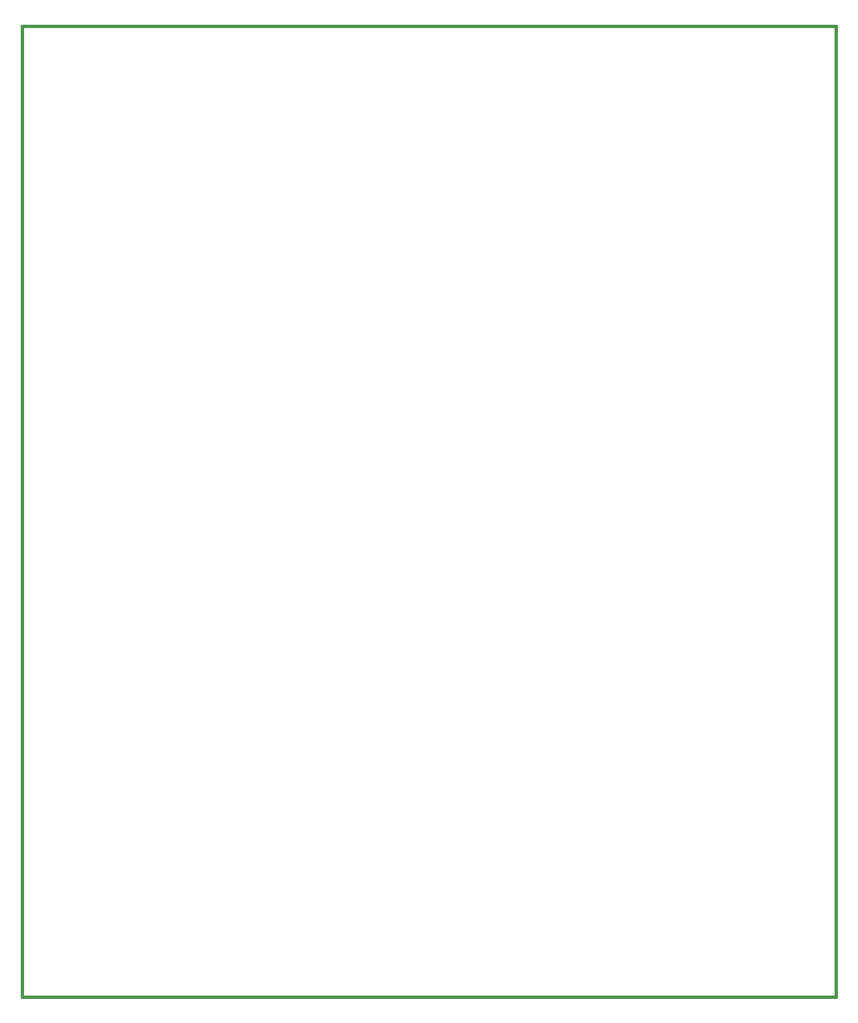
<source format=gbr>
G04 (created by PCBNEW (2013-05-18 BZR 4017)-stable) date Fri 12 Dec 2014 17:06:20 GMT*
%MOIN*%
G04 Gerber Fmt 3.4, Leading zero omitted, Abs format*
%FSLAX34Y34*%
G01*
G70*
G90*
G04 APERTURE LIST*
%ADD10C,0.00590551*%
%ADD11C,0.015*%
G04 APERTURE END LIST*
G54D10*
G54D11*
X40549Y0D02*
X-2Y0D01*
X40549Y48425D02*
X40549Y0D01*
X-2Y48425D02*
X40549Y48425D01*
X-2Y0D02*
X-2Y48425D01*
M02*

</source>
